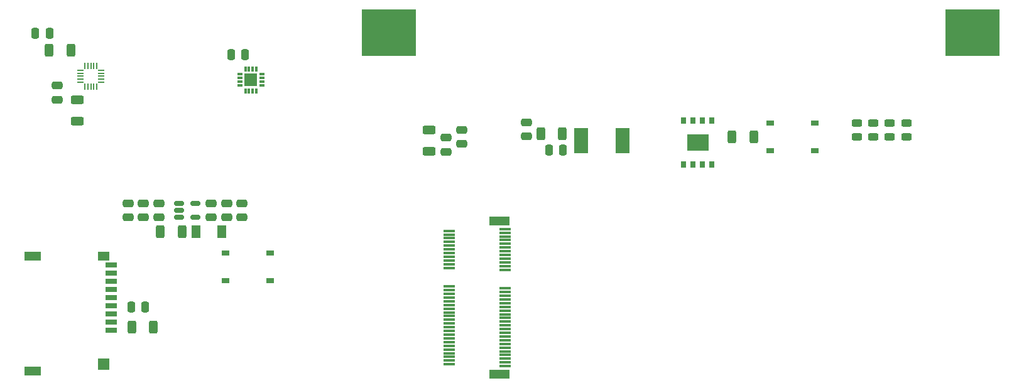
<source format=gbr>
%TF.GenerationSoftware,KiCad,Pcbnew,(6.0.5)*%
%TF.CreationDate,2022-08-13T10:27:20+02:00*%
%TF.ProjectId,clarinoid-devboard,636c6172-696e-46f6-9964-2d646576626f,rev?*%
%TF.SameCoordinates,Original*%
%TF.FileFunction,Paste,Top*%
%TF.FilePolarity,Positive*%
%FSLAX46Y46*%
G04 Gerber Fmt 4.6, Leading zero omitted, Abs format (unit mm)*
G04 Created by KiCad (PCBNEW (6.0.5)) date 2022-08-13 10:27:20*
%MOMM*%
%LPD*%
G01*
G04 APERTURE LIST*
G04 Aperture macros list*
%AMRoundRect*
0 Rectangle with rounded corners*
0 $1 Rounding radius*
0 $2 $3 $4 $5 $6 $7 $8 $9 X,Y pos of 4 corners*
0 Add a 4 corners polygon primitive as box body*
4,1,4,$2,$3,$4,$5,$6,$7,$8,$9,$2,$3,0*
0 Add four circle primitives for the rounded corners*
1,1,$1+$1,$2,$3*
1,1,$1+$1,$4,$5*
1,1,$1+$1,$6,$7*
1,1,$1+$1,$8,$9*
0 Add four rect primitives between the rounded corners*
20,1,$1+$1,$2,$3,$4,$5,0*
20,1,$1+$1,$4,$5,$6,$7,0*
20,1,$1+$1,$6,$7,$8,$9,0*
20,1,$1+$1,$8,$9,$2,$3,0*%
%AMFreePoly0*
4,1,14,0.088284,0.450784,0.100000,0.422500,0.100000,-0.422500,0.088284,-0.450784,0.060000,-0.462500,0.036569,-0.462500,0.008285,-0.450784,-0.088284,-0.354215,-0.100000,-0.325931,-0.100000,0.422500,-0.088284,0.450784,-0.060000,0.462500,0.060000,0.462500,0.088284,0.450784,0.088284,0.450784,$1*%
%AMFreePoly1*
4,1,14,0.088284,0.450784,0.100000,0.422500,0.100000,-0.325931,0.088284,-0.354215,-0.008285,-0.450784,-0.036569,-0.462500,-0.060000,-0.462500,-0.088284,-0.450784,-0.100000,-0.422500,-0.100000,0.422500,-0.088284,0.450784,-0.060000,0.462500,0.060000,0.462500,0.088284,0.450784,0.088284,0.450784,$1*%
%AMFreePoly2*
4,1,14,0.450784,0.088284,0.462500,0.060000,0.462500,-0.060000,0.450784,-0.088284,0.422500,-0.100000,-0.422500,-0.100000,-0.450784,-0.088284,-0.462500,-0.060000,-0.462500,-0.036569,-0.450784,-0.008285,-0.354215,0.088284,-0.325931,0.100000,0.422500,0.100000,0.450784,0.088284,0.450784,0.088284,$1*%
%AMFreePoly3*
4,1,14,0.450784,0.088284,0.462500,0.060000,0.462500,-0.060000,0.450784,-0.088284,0.422500,-0.100000,-0.325931,-0.100000,-0.354215,-0.088284,-0.450784,0.008285,-0.462500,0.036569,-0.462500,0.060000,-0.450784,0.088284,-0.422500,0.100000,0.422500,0.100000,0.450784,0.088284,0.450784,0.088284,$1*%
%AMFreePoly4*
4,1,14,-0.008285,0.450784,0.088284,0.354215,0.100000,0.325931,0.100000,-0.422500,0.088284,-0.450784,0.060000,-0.462500,-0.060000,-0.462500,-0.088284,-0.450784,-0.100000,-0.422500,-0.100000,0.422500,-0.088284,0.450784,-0.060000,0.462500,-0.036569,0.462500,-0.008285,0.450784,-0.008285,0.450784,$1*%
%AMFreePoly5*
4,1,14,0.088284,0.450784,0.100000,0.422500,0.100000,-0.422500,0.088284,-0.450784,0.060000,-0.462500,-0.060000,-0.462500,-0.088284,-0.450784,-0.100000,-0.422500,-0.100000,0.325931,-0.088284,0.354215,0.008285,0.450784,0.036569,0.462500,0.060000,0.462500,0.088284,0.450784,0.088284,0.450784,$1*%
%AMFreePoly6*
4,1,14,0.450784,0.088284,0.462500,0.060000,0.462500,0.036569,0.450784,0.008285,0.354215,-0.088284,0.325931,-0.100000,-0.422500,-0.100000,-0.450784,-0.088284,-0.462500,-0.060000,-0.462500,0.060000,-0.450784,0.088284,-0.422500,0.100000,0.422500,0.100000,0.450784,0.088284,0.450784,0.088284,$1*%
%AMFreePoly7*
4,1,14,0.354215,0.088284,0.450784,-0.008285,0.462500,-0.036569,0.462500,-0.060000,0.450784,-0.088284,0.422500,-0.100000,-0.422500,-0.100000,-0.450784,-0.088284,-0.462500,-0.060000,-0.462500,0.060000,-0.450784,0.088284,-0.422500,0.100000,0.325931,0.100000,0.354215,0.088284,0.354215,0.088284,$1*%
G04 Aperture macros list end*
%ADD10R,1.300000X1.700000*%
%ADD11RoundRect,0.250000X-0.475000X0.250000X-0.475000X-0.250000X0.475000X-0.250000X0.475000X0.250000X0*%
%ADD12RoundRect,0.250000X-0.312500X-0.625000X0.312500X-0.625000X0.312500X0.625000X-0.312500X0.625000X0*%
%ADD13RoundRect,0.250000X0.475000X-0.250000X0.475000X0.250000X-0.475000X0.250000X-0.475000X-0.250000X0*%
%ADD14RoundRect,0.250000X0.250000X0.475000X-0.250000X0.475000X-0.250000X-0.475000X0.250000X-0.475000X0*%
%ADD15R,2.850000X2.250000*%
%ADD16R,0.700000X0.950000*%
%ADD17R,7.340000X6.350000*%
%ADD18R,1.850000X3.500000*%
%ADD19R,1.000000X0.750000*%
%ADD20RoundRect,0.243750X-0.456250X0.243750X-0.456250X-0.243750X0.456250X-0.243750X0.456250X0.243750X0*%
%ADD21R,1.800000X1.800000*%
%ADD22R,0.800000X0.300000*%
%ADD23R,0.300000X0.800000*%
%ADD24FreePoly0,0.000000*%
%ADD25RoundRect,0.050000X-0.050000X-0.412500X0.050000X-0.412500X0.050000X0.412500X-0.050000X0.412500X0*%
%ADD26FreePoly1,0.000000*%
%ADD27FreePoly2,0.000000*%
%ADD28RoundRect,0.050000X-0.412500X-0.050000X0.412500X-0.050000X0.412500X0.050000X-0.412500X0.050000X0*%
%ADD29FreePoly3,0.000000*%
%ADD30FreePoly4,0.000000*%
%ADD31FreePoly5,0.000000*%
%ADD32FreePoly6,0.000000*%
%ADD33FreePoly7,0.000000*%
%ADD34RoundRect,0.243750X0.456250X-0.243750X0.456250X0.243750X-0.456250X0.243750X-0.456250X-0.243750X0*%
%ADD35R,1.500000X1.600000*%
%ADD36R,2.200000X1.200000*%
%ADD37R,1.500000X1.200000*%
%ADD38R,1.600000X0.700000*%
%ADD39RoundRect,0.250000X0.312500X0.625000X-0.312500X0.625000X-0.312500X-0.625000X0.312500X-0.625000X0*%
%ADD40RoundRect,0.250000X-0.250000X-0.475000X0.250000X-0.475000X0.250000X0.475000X-0.250000X0.475000X0*%
%ADD41RoundRect,0.250000X0.625000X-0.312500X0.625000X0.312500X-0.625000X0.312500X-0.625000X-0.312500X0*%
%ADD42R,1.550000X0.300000*%
%ADD43R,2.750000X1.200000*%
%ADD44RoundRect,0.150000X-0.512500X-0.150000X0.512500X-0.150000X0.512500X0.150000X-0.512500X0.150000X0*%
G04 APERTURE END LIST*
D10*
%TO.C,D12*%
X82196817Y-93300034D03*
X85696817Y-93300034D03*
%TD*%
D11*
%TO.C,C1*%
X73009317Y-89450034D03*
X73009317Y-91350034D03*
%TD*%
D12*
%TO.C,R10*%
X157341817Y-80500034D03*
X154416817Y-80500034D03*
%TD*%
D13*
%TO.C,C29*%
X84209317Y-91350034D03*
X84209317Y-89450034D03*
%TD*%
D14*
%TO.C,C25*%
X60531817Y-66501034D03*
X62431817Y-66501034D03*
%TD*%
%TO.C,C18*%
X129750317Y-82260034D03*
X131650317Y-82260034D03*
%TD*%
D15*
%TO.C,IC2*%
X149809317Y-81225034D03*
D16*
X147904317Y-78250034D03*
X149174317Y-78250034D03*
X150444317Y-78250034D03*
X151714317Y-78250034D03*
X151714317Y-84200034D03*
X150444317Y-84200034D03*
X149174317Y-84200034D03*
X147904317Y-84200034D03*
%TD*%
D11*
%TO.C,C26*%
X77209317Y-89450034D03*
X77209317Y-91350034D03*
%TD*%
D17*
%TO.C,BT1*%
X186864462Y-66465736D03*
X108204462Y-66465736D03*
%TD*%
D18*
%TO.C,L1*%
X134115317Y-80985034D03*
X139715317Y-80985034D03*
%TD*%
D12*
%TO.C,R4*%
X65344317Y-68801034D03*
X62419317Y-68801034D03*
%TD*%
D19*
%TO.C,SW6*%
X86209317Y-96125034D03*
X86209317Y-99875034D03*
X92209317Y-96125034D03*
X92209317Y-99875034D03*
%TD*%
D20*
%TO.C,D1*%
X177916150Y-80460034D03*
X177916150Y-78585034D03*
%TD*%
D11*
%TO.C,C15*%
X117979317Y-81450034D03*
X117979317Y-79550034D03*
%TD*%
D21*
%TO.C,IC3*%
X89589317Y-72800034D03*
D22*
X91089317Y-72050034D03*
X91089317Y-72550034D03*
X91089317Y-73050034D03*
X91089317Y-73550034D03*
D23*
X90339317Y-74300034D03*
X89839317Y-74300034D03*
X89339317Y-74300034D03*
X88839317Y-74300034D03*
D22*
X88089317Y-73550034D03*
X88089317Y-73050034D03*
X88089317Y-72550034D03*
X88089317Y-72050034D03*
D23*
X88839317Y-71300034D03*
X89339317Y-71300034D03*
X89839317Y-71300034D03*
X90339317Y-71300034D03*
%TD*%
D24*
%TO.C,U45*%
X67219317Y-70922534D03*
D25*
X67619317Y-70922534D03*
X68019317Y-70922534D03*
X68419317Y-70922534D03*
D26*
X68819317Y-70922534D03*
D27*
X69406817Y-71510034D03*
D28*
X69406817Y-71910034D03*
X69406817Y-72310034D03*
X69406817Y-72710034D03*
D29*
X69406817Y-73110034D03*
D30*
X68819317Y-73697534D03*
D25*
X68419317Y-73697534D03*
X68019317Y-73697534D03*
X67619317Y-73697534D03*
D31*
X67219317Y-73697534D03*
D32*
X66631817Y-73110034D03*
D28*
X66631817Y-72710034D03*
X66631817Y-72310034D03*
X66631817Y-71910034D03*
D33*
X66631817Y-71510034D03*
%TD*%
D34*
%TO.C,D2*%
X175700317Y-78585034D03*
X175700317Y-80460034D03*
%TD*%
D13*
%TO.C,C30*%
X86309317Y-91350034D03*
X86309317Y-89450034D03*
%TD*%
D14*
%TO.C,C32*%
X86889317Y-69370034D03*
X88789317Y-69370034D03*
%TD*%
D11*
%TO.C,C24*%
X63509317Y-75450034D03*
X63509317Y-73550034D03*
%TD*%
%TO.C,C2*%
X75109317Y-89450034D03*
X75109317Y-91350034D03*
%TD*%
D34*
%TO.C,D4*%
X171268651Y-78585034D03*
X171268651Y-80460034D03*
%TD*%
D35*
%TO.C,J38*%
X69761566Y-111150034D03*
D36*
X60161566Y-112050034D03*
X60161566Y-96550034D03*
D37*
X69761566Y-96550034D03*
D38*
X70761566Y-97750034D03*
X70761566Y-98850034D03*
X70761566Y-99950034D03*
X70761566Y-101050034D03*
X70761566Y-102150034D03*
X70761566Y-103250034D03*
X70761566Y-104350034D03*
X70761566Y-105450034D03*
X70761566Y-106550034D03*
%TD*%
D39*
%TO.C,R14*%
X80309317Y-93300034D03*
X77384317Y-93300034D03*
%TD*%
D12*
%TO.C,R11*%
X131562817Y-80060034D03*
X128637817Y-80060034D03*
%TD*%
%TO.C,R15*%
X73546817Y-106100034D03*
X76471817Y-106100034D03*
%TD*%
D20*
%TO.C,D3*%
X173484484Y-80460034D03*
X173484484Y-78585034D03*
%TD*%
D40*
%TO.C,C28*%
X73459317Y-103400034D03*
X75359317Y-103400034D03*
%TD*%
D13*
%TO.C,C31*%
X88409317Y-91350034D03*
X88409317Y-89450034D03*
%TD*%
D41*
%TO.C,R9*%
X113579317Y-79537534D03*
X113579317Y-82462534D03*
%TD*%
D42*
%TO.C,U40*%
X123831672Y-92905034D03*
X116281672Y-93155034D03*
X123831672Y-93405034D03*
X116281672Y-93655034D03*
X123831672Y-93905034D03*
X116281672Y-94155034D03*
X123831672Y-94405034D03*
X116281672Y-94655034D03*
X123831672Y-94905034D03*
X116281672Y-95155034D03*
X123831672Y-95405034D03*
X116281672Y-95655034D03*
X123831672Y-95905034D03*
X116281672Y-96155034D03*
X123831672Y-96405034D03*
X116281672Y-96655034D03*
X123831672Y-96905034D03*
X116281672Y-97155034D03*
X123831672Y-97405034D03*
X116281672Y-97655034D03*
X123831672Y-97905034D03*
X116281672Y-98155034D03*
X123831672Y-98405034D03*
X116281672Y-100655034D03*
X123831672Y-100905034D03*
X116281672Y-101155034D03*
X123831672Y-101405034D03*
X116281672Y-101655034D03*
X123831672Y-101905034D03*
X116281672Y-102155034D03*
X123831672Y-102405034D03*
X116281672Y-102655034D03*
X123831672Y-102905034D03*
X116281672Y-103155034D03*
X123831672Y-103405034D03*
X116281672Y-103655034D03*
X123831672Y-103905034D03*
X116281672Y-104155034D03*
X123831672Y-104405034D03*
X116281672Y-104655034D03*
X123831672Y-104905034D03*
X116281672Y-105155034D03*
X123831672Y-105405034D03*
X116281672Y-105655034D03*
X123831672Y-105905034D03*
X116281672Y-106155034D03*
X123831672Y-106405034D03*
X116281672Y-106655034D03*
X123831672Y-106905034D03*
X116281672Y-107155034D03*
X123831672Y-107405034D03*
X116281672Y-107655034D03*
X123831672Y-107905034D03*
X116281672Y-108155034D03*
X123831672Y-108405034D03*
X116281672Y-108655034D03*
X123831672Y-108905034D03*
X116281672Y-109155034D03*
X123831672Y-109405034D03*
X116281672Y-109655034D03*
X123831672Y-109905034D03*
X116281672Y-110155034D03*
X123831672Y-110405034D03*
X116281672Y-110655034D03*
X123831672Y-110905034D03*
X116281672Y-111155034D03*
X123831672Y-111405034D03*
D43*
X123056672Y-91805034D03*
X123056672Y-112505034D03*
%TD*%
D41*
%TO.C,R12*%
X66219317Y-75447534D03*
X66219317Y-78372534D03*
%TD*%
D13*
%TO.C,C19*%
X126700317Y-78510034D03*
X126700317Y-80410034D03*
%TD*%
%TO.C,C16*%
X115879317Y-80600034D03*
X115879317Y-82500034D03*
%TD*%
D19*
%TO.C,SW1*%
X165579317Y-82375034D03*
X165579317Y-78625034D03*
X159579317Y-82375034D03*
X159579317Y-78625034D03*
%TD*%
D44*
%TO.C,U19*%
X79871817Y-89450034D03*
X79871817Y-90400034D03*
X79871817Y-91350034D03*
X82146817Y-91350034D03*
X82146817Y-89450034D03*
%TD*%
M02*

</source>
